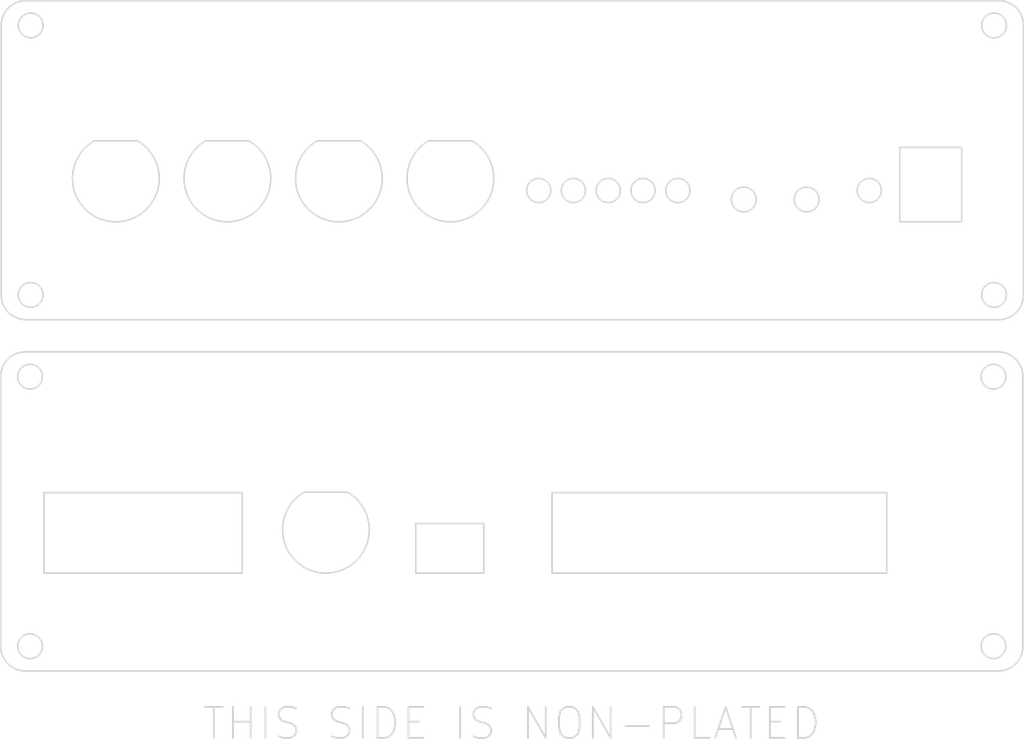
<source format=kicad_pcb>
(kicad_pcb (version 20211014) (generator pcbnew)

  (general
    (thickness 1.6)
  )

  (paper "A4")
  (layers
    (0 "F.Cu" signal)
    (31 "B.Cu" signal)
    (32 "B.Adhes" user "B.Adhesive")
    (33 "F.Adhes" user "F.Adhesive")
    (34 "B.Paste" user)
    (35 "F.Paste" user)
    (36 "B.SilkS" user "B.Silkscreen")
    (37 "F.SilkS" user "F.Silkscreen")
    (38 "B.Mask" user)
    (39 "F.Mask" user)
    (40 "Dwgs.User" user "User.Drawings")
    (41 "Cmts.User" user "User.Comments")
    (42 "Eco1.User" user "User.Eco1")
    (43 "Eco2.User" user "User.Eco2")
    (44 "Edge.Cuts" user)
    (45 "Margin" user)
    (46 "B.CrtYd" user "B.Courtyard")
    (47 "F.CrtYd" user "F.Courtyard")
    (48 "B.Fab" user)
    (49 "F.Fab" user)
    (50 "User.1" user)
    (51 "User.2" user)
    (52 "User.3" user)
    (53 "User.4" user)
    (54 "User.5" user)
    (55 "User.6" user)
    (56 "User.7" user)
    (57 "User.8" user)
    (58 "User.9" user)
  )

  (setup
    (pad_to_mask_clearance 0)
    (pcbplotparams
      (layerselection 0x0001000_7ffffffe)
      (disableapertmacros false)
      (usegerberextensions false)
      (usegerberattributes true)
      (usegerberadvancedattributes true)
      (creategerberjobfile false)
      (svguseinch false)
      (svgprecision 6)
      (excludeedgelayer true)
      (plotframeref false)
      (viasonmask false)
      (mode 1)
      (useauxorigin false)
      (hpglpennumber 1)
      (hpglpenspeed 20)
      (hpglpendiameter 15.000000)
      (dxfpolygonmode true)
      (dxfimperialunits true)
      (dxfusepcbnewfont true)
      (psnegative false)
      (psa4output false)
      (plotreference true)
      (plotvalue true)
      (plotinvisibletext false)
      (sketchpadsonfab false)
      (subtractmaskfromsilk false)
      (outputformat 1)
      (mirror false)
      (drillshape 0)
      (scaleselection 1)
      (outputdirectory "../")
    )
  )

  (net 0 "")

  (gr_arc (start 226.4 79.4) (mid 225.228427 82.228427) (end 222.4 83.4) (layer "Edge.Cuts") (width 0.2) (tstamp 00c4de11-6ec2-4fc7-9974-a508528a1be1))
  (gr_arc (start 61.3 92.6) (mid 62.471573 89.771573) (end 65.3 88.6) (layer "Edge.Cuts") (width 0.2) (tstamp 0175e8fa-46bb-4f02-86ce-9dd8b73b2be1))
  (gr_line (start 112.4 54.5378) (end 119.4 54.5378) (layer "Edge.Cuts") (width 0.2) (tstamp 01c53f12-9b66-4d5b-bfe2-9018032ae20f))
  (gr_circle (center 221.65 35.9) (end 223.65 35.9) (layer "Edge.Cuts") (width 0.2) (fill none) (tstamp 022a5a61-a6b0-4d31-a7e5-5f44410d9572))
  (gr_line (start 150.3 111.3) (end 150.3 124.3) (layer "Edge.Cuts") (width 0.2) (tstamp 0498eb81-ce19-47ea-aeab-a2d9ad7c940a))
  (gr_circle (center 66.05 136.1) (end 68.05 136.1) (layer "Edge.Cuts") (width 0.2) (fill none) (tstamp 05100862-af11-48f0-b83e-4cfcbc281aeb))
  (gr_line (start 226.3 136.1) (end 226.3 92.6) (layer "Edge.Cuts") (width 0.2) (tstamp 05af4ba0-04b9-4433-8aaa-98bbf726d3a1))
  (gr_line (start 206.4 67.6) (end 216.4 67.6) (layer "Edge.Cuts") (width 0.2) (tstamp 08d9dc4c-3713-4911-9e81-7e01066daa35))
  (gr_line (start 150.3 124.3) (end 204.3 124.3) (layer "Edge.Cuts") (width 0.2) (tstamp 0a34da1a-a5fb-49a3-a1bd-dfc0da3c14a2))
  (gr_line (start 68.3 111.3) (end 68.3 124.3) (layer "Edge.Cuts") (width 0.2) (tstamp 0a454bce-ba30-4390-a320-de46dac96069))
  (gr_arc (start 65.3 140.1) (mid 62.471573 138.928427) (end 61.3 136.1) (layer "Edge.Cuts") (width 0.2) (tstamp 0a84691c-d87e-469a-9bce-15ac8514e6b0))
  (gr_line (start 112.4 54.5378) (end 112.4 54.5378) (layer "Edge.Cuts") (width 0.2) (tstamp 0c0e5421-2795-4303-8f79-d7387efd114f))
  (gr_circle (center 153.75 62.55) (end 155.7 62.55) (layer "Edge.Cuts") (width 0.2) (fill none) (tstamp 0c2dbfb1-5991-443f-8bba-beb1998e86be))
  (gr_line (start 193.4 64) (end 193.4 64) (layer "Edge.Cuts") (width 0.2) (tstamp 0ced389d-77db-4988-805d-ebc1b089c11e))
  (gr_line (start 128.3 116.3) (end 128.3 124.3) (layer "Edge.Cuts") (width 0.2) (tstamp 0e28036a-538a-4f16-9b8c-8118128d72b7))
  (gr_line (start 226.3 136.1) (end 226.3 136.1) (layer "Edge.Cuts") (width 0.2) (tstamp 0eb8758a-6b4c-4cdb-9fc1-d3ee444e6741))
  (gr_line (start 161.32 62.55) (end 161.32 62.55) (layer "Edge.Cuts") (width 0.2) (tstamp 0f468c69-3ab3-456c-8527-fbdb54e3f698))
  (gr_circle (center 66.05 136.1) (end 68.05 136.1) (layer "Edge.Cuts") (width 0.2) (fill none) (tstamp 10ef5744-eb86-4df7-b68f-951413c3d613))
  (gr_arc (start 65.3 140.1) (mid 62.471573 138.928427) (end 61.3 136.1) (layer "Edge.Cuts") (width 0.2) (tstamp 12b6b8b7-6b09-4036-8b7a-37ee41a0ce1d))
  (gr_circle (center 221.55 92.6) (end 223.55 92.6) (layer "Edge.Cuts") (width 0.2) (fill none) (tstamp 1385ef9e-ec72-4c82-b470-7fda3bc27c47))
  (gr_circle (center 181.25 64) (end 183.25 64) (layer "Edge.Cuts") (width 0.2) (fill none) (tstamp 13e68917-bdfd-408e-917f-25ac54ad78c0))
  (gr_line (start 128.3 124.3) (end 139.3 124.3) (layer "Edge.Cuts") (width 0.2) (tstamp 141a7c79-3bb3-4a28-b584-8771d78a4d01))
  (gr_line (start 203.46 62.55) (end 203.46 62.55) (layer "Edge.Cuts") (width 0.2) (tstamp 156e7440-5638-4b23-94b4-70d51da5bf20))
  (gr_line (start 128.3 124.3) (end 128.3 124.3) (layer "Edge.Cuts") (width 0.2) (tstamp 16deb410-27ce-4485-a074-63f9e8f49b23))
  (gr_line (start 128.3 124.3) (end 139.3 124.3) (layer "Edge.Cuts") (width 0.2) (tstamp 16e9a7a3-e690-447e-880e-5c917468b646))
  (gr_line (start 61.4 35.9) (end 61.4 35.9) (layer "Edge.Cuts") (width 0.2) (tstamp 1715a8e0-37bf-45fe-808f-6ee26c8a3836))
  (gr_circle (center 201.51 62.55) (end 203.46 62.55) (layer "Edge.Cuts") (width 0.2) (fill none) (tstamp 178008bb-efd1-4f19-836d-b53122a6c29d))
  (gr_line (start 65.3 88.6) (end 65.3 88.6) (layer "Edge.Cuts") (width 0.2) (tstamp 1847eee1-c344-4967-86bc-2041afede3f4))
  (gr_line (start 68.3 111.3) (end 68.3 124.3) (layer "Edge.Cuts") (width 0.2) (tstamp 18dcc9f7-8da4-473b-992d-4629e1623672))
  (gr_arc (start 119.4 54.537822) (mid 115.9 67.6) (end 112.4 54.537822) (layer "Edge.Cuts") (width 0.2) (tstamp 18fb0697-a682-4f90-94b9-d492f189a14e))
  (gr_line (start 166.94 62.55) (end 166.94 62.55) (layer "Edge.Cuts") (width 0.2) (tstamp 1a32c96b-45cd-482e-b3e0-03aa631b4f24))
  (gr_line (start 206.4 55.6) (end 206.4 55.6) (layer "Edge.Cuts") (width 0.2) (tstamp 1a81bd3f-5a1c-478c-9488-75d55b72d74e))
  (gr_arc (start 226.3 136.1) (mid 225.128427 138.928427) (end 222.3 140.1) (layer "Edge.Cuts") (width 0.2) (tstamp 1b7df09b-3628-4ffe-841d-f5e9a28d780c))
  (gr_line (start 61.4 35.9) (end 61.4 79.4) (layer "Edge.Cuts") (width 0.2) (tstamp 1c722aed-d067-45f3-a36f-f285453950e0))
  (gr_line (start 226.4 79.4) (end 226.4 35.9) (layer "Edge.Cuts") (width 0.2) (tstamp 1c907fda-1c9c-435c-8a1a-6beae508f5ec))
  (gr_line (start 172.56 62.55) (end 172.56 62.55) (layer "Edge.Cuts") (width 0.2) (tstamp 1d2610f7-ed71-465b-8c6a-0bf4cbe49cda))
  (gr_circle (center 191.4 64) (end 193.4 64) (layer "Edge.Cuts") (width 0.2) (fill none) (tstamp 1e026fa6-3f9c-4f8d-932a-2c9314bbcfae))
  (gr_line (start 216.4 55.6) (end 206.4 55.6) (layer "Edge.Cuts") (width 0.2) (tstamp 1e1f61a1-5604-4249-bbeb-c531c67e13da))
  (gr_circle (center 201.51 62.55) (end 203.46 62.55) (layer "Edge.Cuts") (width 0.2) (fill none) (tstamp 2004083b-04d8-4d77-ab6b-7a7b2b94d8f4))
  (gr_line (start 139.3 124.3) (end 139.3 116.3) (layer "Edge.Cuts") (width 0.2) (tstamp 20098c94-c089-4402-86f2-88b8e12fa666))
  (gr_line (start 204.3 124.3) (end 204.3 124.3) (layer "Edge.Cuts") (width 0.2) (tstamp 2100711f-9304-4f42-b4a5-b3d9a3710e2f))
  (gr_arc (start 222.3 88.6) (mid 225.128427 89.771573) (end 226.3 92.6) (layer "Edge.Cuts") (width 0.2) (tstamp 21dde89c-87fa-41d3-953a-b0b0eca0e565))
  (gr_line (start 110.3 111.2378) (end 117.3 111.2378) (layer "Edge.Cuts") (width 0.2) (tstamp 21fe49dd-8b1c-4051-8474-0666cd1ab4a4))
  (gr_circle (center 66.05 136.1) (end 68.05 136.1) (layer "Edge.Cuts") (width 0.2) (fill none) (tstamp 221f9582-733e-4e49-832c-c5812e90c134))
  (gr_circle (center 148.15 62.55) (end 150.1 62.55) (layer "Edge.Cuts") (width 0.2) (fill none) (tstamp 22752797-849d-478d-a234-1bdae6cad83d))
  (gr_line (start 65.4 83.4) (end 65.4 83.4) (layer "Edge.Cuts") (width 0.2) (tstamp 22cdc1da-cf7e-4fa0-bd24-171ca3c12be2))
  (gr_line (start 183.25 64) (end 183.25 64) (layer "Edge.Cuts") (width 0.2) (tstamp 232ce22f-a1bd-455e-a6e2-48d4ab0b23bf))
  (gr_line (start 222.3 140.1) (end 222.3 140.1) (layer "Edge.Cuts") (width 0.2) (tstamp 24cc4554-5cf3-40a0-ad5d-a8172785975d))
  (gr_line (start 226.4 79.4) (end 226.4 35.9) (layer "Edge.Cuts") (width 0.2) (tstamp 250e3d0d-3efd-487a-ba7c-b031b5d16d12))
  (gr_line (start 223.55 92.6) (end 223.55 92.6) (layer "Edge.Cuts") (width 0.2) (tstamp 2726b6c4-cbcc-47e6-bfdd-50516dbfea4e))
  (gr_arc (start 61.4 35.9) (mid 62.571573 33.071573) (end 65.4 31.9) (layer "Edge.Cuts") (width 0.2) (tstamp 27555f7f-43de-4f5f-a5ba-977c07fbefc6))
  (gr_line (start 222.4 31.9) (end 65.4 31.9) (layer "Edge.Cuts") (width 0.2) (tstamp 2763e2bd-2a71-4fc2-80a9-1ce0df429464))
  (gr_line (start 150.3 111.3) (end 150.3 124.3) (layer "Edge.Cuts") (width 0.2) (tstamp 277db9f7-0d27-4f9a-a0f2-b90fad756e04))
  (gr_line (start 222.4 31.9) (end 222.4 31.9) (layer "Edge.Cuts") (width 0.2) (tstamp 277f390d-9cbf-403f-88d5-a315a0c5b58c))
  (gr_line (start 65.4 31.9) (end 65.4 31.9) (layer "Edge.Cuts") (width 0.2) (tstamp 279d2404-caa0-49de-a9bf-73c612a8044b))
  (gr_line (start 68.3 124.3) (end 68.3 124.3) (layer "Edge.Cuts") (width 0.2) (tstamp 2801161b-f15d-421a-9c70-5ddd8952e755))
  (gr_arc (start 137.4 54.537822) (mid 133.9 67.6) (end 130.4 54.537822) (layer "Edge.Cuts") (width 0.2) (tstamp 28ff2324-89f2-4474-af8a-8c9349622426))
  (gr_circle (center 153.75 62.55) (end 155.7 62.55) (layer "Edge.Cuts") (width 0.2) (fill none) (tstamp 296eea2b-fc1d-44a0-a136-b045f09dfec2))
  (gr_arc (start 226.3 136.1) (mid 225.128427 138.928427) (end 222.3 140.1) (layer "Edge.Cuts") (width 0.2) (tstamp 29d87adc-cc6c-4562-a2d7-00929b585ce0))
  (gr_line (start 61.3 92.6) (end 61.3 92.6) (layer "Edge.Cuts") (width 0.2) (tstamp 2b0730f4-ca19-4199-acb0-295243e2358b))
  (gr_circle (center 221.65 35.9) (end 223.65 35.9) (layer "Edge.Cuts") (width 0.2) (fill none) (tstamp 2c43facf-56f6-4b60-a789-23baed7ec3b1))
  (gr_line (start 94.4 54.5378) (end 94.4 54.5378) (layer "Edge.Cuts") (width 0.2) (tstamp 2da3a399-14ce-4b93-87e2-6ad8db9c04c5))
  (gr_circle (center 66.15 35.9) (end 68.15 35.9) (layer "Edge.Cuts") (width 0.2) (fill none) (tstamp 2e91c97b-36a1-483a-886c-9ca5848fd065))
  (gr_line (start 216.4 67.6) (end 216.4 55.6) (layer "Edge.Cuts") (width 0.2) (tstamp 304a9d58-ff48-4282-90c7-ef3830d9224b))
  (gr_circle (center 164.99 62.55) (end 166.94 62.55) (layer "Edge.Cuts") (width 0.2) (fill none) (tstamp 31b2d056-6ba8-43cd-91f3-ceb196b52420))
  (gr_line (start 65.3 140.1) (end 65.3 140.1) (layer "Edge.Cuts") (width 0.2) (tstamp 31fb89cb-92e8-4387-8fac-513957509668))
  (gr_arc (start 226.3 136.1) (mid 225.128427 138.928427) (end 222.3 140.1) (layer "Edge.Cuts") (width 0.2) (tstamp 3228f86c-4e6b-4f3c-a9a4-708f54e3e561))
  (gr_line (start 223.55 136.1) (end 223.55 136.1) (layer "Edge.Cuts") (width 0.2) (tstamp 3272cbf9-5656-41a8-8a2a-4ca46c9540c6))
  (gr_line (start 206.4 67.6) (end 216.4 67.6) (layer "Edge.Cuts") (width 0.2) (tstamp 32fd0141-2b27-4687-929f-e27c25018be3))
  (gr_line (start 223.65 79.4) (end 223.65 79.4) (layer "Edge.Cuts") (width 0.2) (tstamp 343af105-cbca-4b32-b6ac-80d5554700ff))
  (gr_arc (start 226.4 79.4) (mid 225.228427 82.228427) (end 222.4 83.4) (layer "Edge.Cuts") (width 0.2) (tstamp 349d646e-73dd-41c9-9bd2-19c3f31b4f33))
  (gr_line (start 206.4 55.6) (end 206.4 67.6) (layer "Edge.Cuts") (width 0.2) (tstamp 358facfc-3918-488d-887e-ea773c42be9b))
  (gr_arc (start 226.3 136.1) (mid 225.128427 138.928427) (end 222.3 140.1) (layer "Edge.Cuts") (width 0.2) (tstamp 363763b4-01a1-413d-bf03-ab503f4035e2))
  (gr_line (start 204.3 111.3) (end 204.3 111.3) (layer "Edge.Cuts") (width 0.2) (tstamp 39e471c4-dc64-4d4f-a05c-0e653f2ec462))
  (gr_arc (start 222.4 31.9) (mid 225.228427 33.071573) (end 226.4 35.9) (layer "Edge.Cuts") (width 0.2) (tstamp 3ae572e8-e969-42e7-a408-f847114dc48c))
  (gr_arc (start 65.3 140.1) (mid 62.471573 138.928427) (end 61.3 136.1) (layer "Edge.Cuts") (width 0.2) (tstamp 3ae7665f-769e-4f08-9902-2db758b0bb02))
  (gr_line (start 166.94 62.55) (end 166.94 62.55) (layer "Edge.Cuts") (width 0.2) (tstamp 3b5a94d0-d085-4d38-9539-5417b97ded36))
  (gr_line (start 68.3 124.3) (end 100.3 124.3) (layer "Edge.Cuts") (width 0.2) (tstamp 3c390c1e-418b-43e2-a66b-5a4d2da612db))
  (gr_line (start 61.4 35.9) (end 61.4 79.4) (layer "Edge.Cuts") (width 0.2) (tstamp 3c539945-d897-42c1-a2d6-b525ec3a79a4))
  (gr_line (start 226.4 79.4) (end 226.4 79.4) (layer "Edge.Cuts") (width 0.2) (tstamp 3e6d115c-158b-4753-b018-2d750b321ba6))
  (gr_line (start 226.3 136.1) (end 226.3 92.6) (layer "Edge.Cuts") (width 0.2) (tstamp 3e744ff2-cf4c-4810-a2cf-01aef8ff0677))
  (gr_line (start 76.4 54.5378) (end 83.4 54.5378) (layer "Edge.Cuts") (width 0.2) (tstamp 3f002801-9b51-4061-bc67-0ba0f43abbfe))
  (gr_line (start 112.4 54.5378) (end 112.4 54.5378) (layer "Edge.Cuts") (width 0.2) (tstamp 3f988b09-9b11-4f6a-bb10-b4c873480145))
  (gr_line (start 65.3 140.1) (end 65.3 140.1) (layer "Edge.Cuts") (width 0.2) (tstamp 402376cf-1460-4b46-92cd-b638c50c1036))
  (gr_line (start 226.3 136.1) (end 226.3 136.1) (layer "Edge.Cuts") (width 0.2) (tstamp 40e46277-1f4f-408a-a502-4debfe3472bb))
  (gr_line (start 130.4 54.5378) (end 137.4 54.5378) (layer "Edge.Cuts") (width 0.2) (tstamp 40eb577a-3833-4721-8f29-dfa04aede6cf))
  (gr_line (start 204.3 111.3) (end 150.3 111.3) (layer "Edge.Cuts") (width 0.2) (tstamp 40edcb0b-e645-4d39-9c88-644b88b25c65))
  (gr_line (start 100.3 124.3) (end 100.3 111.3) (layer "Edge.Cuts") (width 0.2) (tstamp 42efae67-c87c-47db-85c7-18aa8f16f2e0))
  (gr_circle (center 159.37 62.55) (end 161.32 62.55) (layer "Edge.Cuts") (width 0.2) (fill none) (tstamp 43bf7098-230e-492a-80b7-f5e9f25f91a9))
  (gr_line (start 65.4 83.4) (end 222.4 83.4) (layer "Edge.Cuts") (width 0.2) (tstamp 441a0eea-9fb3-480f-99e0-84455ceeb6cb))
  (gr_line (start 128.3 124.3) (end 139.3 124.3) (layer "Edge.Cuts") (width 0.2) (tstamp 448cbcb7-6a8c-4807-8731-9f2333f91cbf))
  (gr_line (start 137.4 54.5378) (end 137.4 54.5378) (layer "Edge.Cuts") (width 0.2) (tstamp 448fc523-4cd0-4838-853e-b6ce7a302c59))
  (gr_arc (start 83.4 54.537822) (mid 79.9 67.6) (end 76.4 54.537822) (layer "Edge.Cuts") (width 0.2) (tstamp 45287294-570c-4cb2-955f-e6b82864877d))
  (gr_circle (center 66.15 35.9) (end 68.15 35.9) (layer "Edge.Cuts") (width 0.2) (fill none) (tstamp 4568aa4e-7a52-404d-9b64-a043a68aa673))
  (gr_line (start 65.4 83.4) (end 222.4 83.4) (layer "Edge.Cuts") (width 0.2) (tstamp 45b81ace-767c-4910-8c9d-348bcf1b353c))
  (gr_circle (center 221.55 136.1) (end 223.55 136.1) (layer "Edge.Cuts") (width 0.2) (fill none) (tstamp 46242d06-de05-4553-8b39-f2bae06f47c6))
  (gr_line (start 76.4 54.5378) (end 83.4 54.5378) (layer "Edge.Cuts") (width 0.2) (tstamp 46d5c760-2d41-40e5-9e7e-2d4549111925))
  (gr_line (start 216.4 55.6) (end 206.4 55.6) (layer "Edge.Cuts") (width 0.2) (tstamp 46f34147-c929-4b85-af0f-9ea42abb91d3))
  (gr_line (start 100.3 111.3) (end 68.3 111.3) (layer "Edge.Cuts") (width 0.2) (tstamp 470e254f-628a-4a7f-8fab-4f168b99ab61))
  (gr_line (start 128.3 124.3) (end 139.3 124.3) (layer "Edge.Cuts") (width 0.2) (tstamp 47b35abf-d4e8-4824-a6db-b09d1c997adc))
  (gr_circle (center 66.05 92.6) (end 68.05 92.6) (layer "Edge.Cuts") (width 0.2) (fill none) (tstamp 47d78de8-a57e-4e2b-b025-78063ef673ed))
  (gr_line (start 139.3 116.3) (end 139.3 116.3) (layer "Edge.Cuts") (width 0.2) (tstamp 487196e7-e6fa-461c-9c3e-9975a95012df))
  (gr_line (start 223.65 35.9) (end 223.65 35.9) (layer "Edge.Cuts") (width 0.2) (tstamp 4906c7a7-0028-4afa-9c61-9c4f13c4e22f))
  (gr_circle (center 66.15 35.9) (end 68.15 35.9) (layer "Edge.Cuts") (width 0.2) (fill none) (tstamp 4b290ee6-1e0c-4c43-a33a-c1ac427002fb))
  (gr_line (start 130.4 54.5378) (end 130.4 54.5378) (layer "Edge.Cuts") (width 0.2) (tstamp 4b8a1d54-23eb-445f-8b23-4fda16432e16))
  (gr_line (start 206.4 55.6) (end 206.4 67.6) (layer "Edge.Cuts") (width 0.2) (tstamp 4c45859f-a23c-4f9f-a6b3-1c19d901a7ef))
  (gr_line (start 223.55 136.1) (end 223.55 136.1) (layer "Edge.Cuts") (width 0.2) (tstamp 4d95208b-1c71-4383-bda5-028fbcaa2c8e))
  (gr_line (start 155.7 62.55) (end 155.7 62.55) (layer "Edge.Cuts") (width 0.2) (tstamp 4dea5757-a425-48c6-afd2-69ef1f6e2f2a))
  (gr_line (start 76.4 54.5378) (end 76.4 54.5378) (layer "Edge.Cuts") (width 0.2) (tstamp 4e618b2b-6df5-49c1-8996-fb7fa7d69b36))
  (gr_line (start 204.3 111.3) (end 150.3 111.3) (layer "Edge.Cuts") (width 0.2) (tstamp 4f11d580-aa9c-434b-a2fb-141122180a72))
  (gr_line (start 222.3 88.6) (end 65.3 88.6) (layer "Edge.Cuts") (width 0.2) (tstamp 4f39a21a-e37c-41c7-a340-d715eb0914df))
  (gr_line (start 222.4 31.9) (end 65.4 31.9) (layer "Edge.Cuts") (width 0.2) (tstamp 514c329a-a5c2-4fda-8c70-52322a18a6a3))
  (gr_circle (center 221.65 79.4) (end 223.65 79.4) (layer "Edge.Cuts") (width 0.2) (fill none) (tstamp 516f33ba-30ab-49ea-bc57-83831c01c088))
  (gr_line (start 150.1 62.55) (end 150.1 62.55) (layer "Edge.Cuts") (width 0.2) (tstamp 517fe5b7-c403-42e3-9ac2-4005a9d09486))
  (gr_arc (start 61.4 35.9) (mid 62.571573 33.071573) (end 65.4 31.9) (layer "Edge.Cuts") (width 0.2) (tstamp 51969ab0-2d4c-4a99-8441-941d01897a66))
  (gr_line (start 150.3 111.3) (end 150.3 111.3) (layer "Edge.Cuts") (width 0.2) (tstamp 53325816-9104-4f28-88d6-5a1665ee6e6c))
  (gr_line (start 155.7 62.55) (end 155.7 62.55) (layer "Edge.Cuts") (width 0.2) (tstamp 534bb093-3788-4b22-8655-c1347c7c794a))
  (gr_line (start 137.4 54.5378) (end 137.4 54.5378) (layer "Edge.Cuts") (width 0.2) (tstamp 5383a8c6-b8ed-49d8-a384-a45b56ccedce))
  (gr_line (start 65.4 83.4) (end 65.4 83.4) (layer "Edge.Cuts") (width 0.2) (tstamp 5435a44a-0624-4ff3-89c1-14fababeb4a8))
  (gr_circle (center 221.55 136.1) (end 223.55 136.1) (layer "Edge.Cuts") (width 0.2) (fill none) (tstamp 5435cee4-267a-4c3e-9959-6f848144ff1e))
  (gr_line (start 61.3 92.6) (end 61.3 136.1) (layer "Edge.Cuts") (width 0.2) (tstamp 546d3d12-eee9-4206-b9b9-1ed21b9c6a03))
  (gr_line (start 100.3 111.3) (end 100.3 111.3) (layer "Edge.Cuts") (width 0.2) (tstamp 54885b2b-aa52-4a17-ad14-7bdf1a1612b0))
  (gr_arc (start 226.4 79.4) (mid 225.228427 82.228427) (end 222.4 83.4) (layer "Edge.Cuts") (width 0.2) (tstamp 56191c6b-ad97-48f1-b130-9fbd97c312d9))
  (gr_line (start 130.4 54.5378) (end 130.4 54.5378) (layer "Edge.Cuts") (width 0.2) (tstamp 56620aaa-81d0-42d8-9f12-724e4ef6ea0f))
  (gr_circle (center 148.15 62.55) (end 150.1 62.55) (layer "Edge.Cuts") (width 0.2) (fill none) (tstamp 56cd25fa-1b64-4c1d-bc68-be3af346bf30))
  (gr_line (start 150.3 124.3) (end 204.3 124.3) (layer "Edge.Cuts") (width 0.2) (tstamp 56e1ad90-d8dc-47fa-a091-f7fa1c5b22cd))
  (gr_line (start 110.3 111.2378) (end 117.3 111.2378) (layer "Edge.Cuts") (width 0.2) (tstamp 56e696b3-cd27-477a-b8bb-12574135ed79))
  (gr_line (start 65.3 140.1) (end 222.3 140.1) (layer "Edge.Cuts") (width 0.2) (tstamp 5732149c-0da2-4181-8878-3611f26c5efb))
  (gr_arc (start 222.3 88.6) (mid 225.128427 89.771573) (end 226.3 92.6) (layer "Edge.Cuts") (width 0.2) (tstamp 5a3cf8c5-83c7-41a7-8521-64bf0679daa1))
  (gr_line (start 68.15 79.4) (end 68.15 79.4) (layer "Edge.Cuts") (width 0.2) (tstamp 5ad28884-12d5-4a70-bcfe-5124928a827a))
  (gr_line (start 100.3 124.3) (end 100.3 111.3) (layer "Edge.Cuts") (width 0.2) (tstamp 5b15c530-93ae-4012-ad9d-f526bd42adc7))
  (gr_line (start 61.3 92.6) (end 61.3 92.6) (layer "Edge.Cuts") (width 0.2) (tstamp 5b826a5e-f837-4733-8559-4b4afc0b9b4e))
  (gr_line (start 193.4 64) (end 193.4 64) (layer "Edge.Cuts") (width 0.2) (tstamp 5c6892c2-ebf9-4bed-9ece-6d2f26f5ae36))
  (gr_circle (center 159.37 62.55) (end 161.32 62.55) (layer "Edge.Cuts") (width 0.2) (fill none) (tstamp 5c8ace7c-2868-494a-a097-c41b4b150df0))
  (gr_line (start 61.3 136.1) (end 61.3 136.1) (layer "Edge.Cuts") (width 0.2) (tstamp 5d65da23-fe2b-4a0c-a774-cb0c71405c87))
  (gr_arc (start 137.4 54.537822) (mid 133.9 67.6) (end 130.4 54.537822) (layer "Edge.Cuts") (width 0.2) (tstamp 5dfb3de0-50da-4303-a2d6-b7b46bf56149))
  (gr_line (start 94.4 54.5378) (end 94.4 54.5378) (layer "Edge.Cuts") (width 0.2) (tstamp 5e8de635-f537-4dfe-afa8-9d3a42a3759e))
  (gr_line (start 226.4 35.9) (end 226.4 35.9) (layer "Edge.Cuts") (width 0.2) (tstamp 5eb7a2f0-bd2c-4f82-8be9-4baecab2c60d))
  (gr_arc (start 65.4 83.4) (mid 62.571573 82.228427) (end 61.4 79.4) (layer "Edge.Cuts") (width 0.2) (tstamp 5f928db9-048a-41b3-a90b-bdc8df346b89))
  (gr_line (start 94.4 54.5378) (end 101.4 54.5378) (layer "Edge.Cuts") (width 0.2) (tstamp 5fd63a1c-9a07-4ebd-b69c-6436a73fe5e8))
  (gr_line (start 61.4 79.4) (end 61.4 79.4) (layer "Edge.Cuts") (width 0.2) (tstamp 615c51b0-a7d6-4d44-9d14-492761c123b6))
  (gr_line (start 100.3 124.3) (end 100.3 124.3) (layer "Edge.Cuts") (width 0.2) (tstamp 6316de2d-30d2-4cb6-97a1-7dfb70505533))
  (gr_line (start 150.3 124.3) (end 150.3 124.3) (layer "Edge.Cuts") (width 0.2) (tstamp 65282c65-13d8-4d86-8b68-b5f3d2cab982))
  (gr_line (start 68.3 124.3) (end 68.3 124.3) (layer "Edge.Cuts") (width 0.2) (tstamp 66f0d865-6269-4a29-8dd1-fe1b05763ca4))
  (gr_line (start 61.4 35.9) (end 61.4 35.9) (layer "Edge.Cuts") (width 0.2) (tstamp 67bcf5f4-f9b6-437e-9e7c-13c964f2d8ae))
  (gr_arc (start 61.4 35.9) (mid 62.571573 33.071573) (end 65.4 31.9) (layer "Edge.Cuts") (width 0.2) (tstamp 68633c8b-5f2f-466a-928a-dfc22a060353))
  (gr_arc (start 226.4 79.4) (mid 225.228427 82.228427) (end 222.4 83.4) (layer "Edge.Cuts") (width 0.2) (tstamp 68d364af-5335-41a7-9373-d62395283544))
  (gr_circle (center 221.65 79.4) (end 223.65 79.4) (layer "Edge.Cuts") (width 0.2) (fill none) (tstamp 697ae62a-ddbd-46aa-a2bf-b9ffe85b122b))
  (gr_line (start 119.4 54.5378) (end 119.4 54.5378) (layer "Edge.Cuts") (width 0.2) (tstamp 6a65adf5-a19b-49d1-8808-b557f67fbadb))
  (gr_line (start 76.4 54.5378) (end 83.4 54.5378) (layer "Edge.Cuts") (width 0.2) (tstamp 6a771dac-2420-45c0-9784-1c2b358635ba))
  (gr_line (start 68.3 111.3) (end 68.3 124.3) (layer "Edge.Cuts") (width 0.2) (tstamp 6b35279d-d1f0-495a-a0b2-6e72d2643369))
  (gr_circle (center 170.61 62.55) (end 172.56 62.55) (layer "Edge.Cuts") (width 0.2) (fill none) (tstamp 6b426e20-8ead-4fe2-9de4-22c72b43db51))
  (gr_arc (start 65.4 83.4) (mid 62.571573 82.228427) (end 61.4 79.4) (layer "Edge.Cuts") (width 0.2) (tstamp 6ba3726c-6266-4345-b7da-861f25699d19))
  (gr_line (start 68.3 111.3) (end 68.3 111.3) (layer "Edge.Cuts") (width 0.2) (tstamp 6d68d5ec-6b36-4be3-ac71-39957ebe28ad))
  (gr_circle (center 170.61 62.55) (end 172.56 62.55) (layer "Edge.Cuts") (width 0.2) (fill none) (tstamp 6dcc1d8e-0b57-4c4f-8705-9640d8944529))
  (gr_line (start 226.4 79.4) (end 226.4 35.9) (layer "Edge.Cuts") (width 0.2) (tstamp 6ee63b14-9dde-474b-97fc-c98e1b392dd0))
  (gr_arc (start 83.4 54.537822) (mid 79.9 67.6) (end 76.4 54.537822) (layer "Edge.Cuts") (width 0.2) (tstamp 6f0b95d7-a88c-4263-9fe5-46fabf9f2796))
  (gr_arc (start 117.3 111.237822) (mid 113.8 124.3) (end 110.3 111.237822) (layer "Edge.Cuts") (width 0.2) (tstamp 6f2218cd-32e9-4b32-bd8b-b11a4399a410))
  (gr_arc (start 101.4 54.537822) (mid 97.9 67.6) (end 94.4 54.537822) (layer "Edge.Cuts") (width 0.2) (tstamp 7144cfde-f9f6-4dc4-b4d7-21c8f114da48))
  (gr_line (start 110.3 111.2378) (end 110.3 111.2378) (layer "Edge.Cuts") (width 0.2) (tstamp 7281c166-7e17-461c-9c42-5c1375dec75c))
  (gr_circle (center 191.4 64) (end 193.4 64) (layer "Edge.Cuts") (width 0.2) (fill none) (tstamp 73c1615a-82ae-4f33-b1d7-ccde3988b107))
  (gr_line (start 119.4 54.5378) (end 119.4 54.5378) (layer "Edge.Cuts") (width 0.2) (tstamp 73d9269e-20f8-4176-b687-258352c97236))
  (gr_arc (start 61.4 35.9) (mid 62.571573 33.071573) (end 65.4 31.9) (layer "Edge.Cuts") (width 0.2) (tstamp 74e04249-38a8-446c-9cf3-d7b1f35064d5))
  (gr_circle (center 148.15 62.55) (end 150.1 62.55) (layer "Edge.Cuts") (width 0.2) (fill none) (tstamp 750a0502-ad81-4545-9ea3-f31dbacfab11))
  (gr_line (start 110.3 111.2378) (end 110.3 111.2378) (layer "Edge.Cuts") (width 0.2) (tstamp 753fd6b2-b85b-4e3d-b083-f02a6f831145))
  (gr_line (start 117.3 111.2378) (end 117.3 111.2378) (layer "Edge.Cuts") (width 0.2) (tstamp 76b4898b-e1ee-4284-af8c-791d49efa219))
  (gr_circle (center 181.25 64) (end 183.25 64) (layer "Edge.Cuts") (width 0.2) (fill none) (tstamp 784466de-52ec-49f6-af01-bc3ba99c59b9))
  (gr_arc (start 61.3 92.6) (mid 62.471573 89.771573) (end 65.3 88.6) (layer "Edge.Cuts") (width 0.2) (tstamp 78ee9716-be30-4999-8095-93f504a6b80f))
  (gr_circle (center 153.75 62.55) (end 155.7 62.55) (layer "Edge.Cuts") (width 0.2) (fill none) (tstamp 79b79cb4-9a38-4bcd-88b1-2ceab72e65a9))
  (gr_circle (center 221.55 92.6) (end 223.55 92.6) (layer "Edge.Cuts") (width 0.2) (fill none) (tstamp 7a33e17f-58ee-4627-8bf6-e137d842079d))
  (gr_line (start 204.3 124.3) (end 204.3 111.3) (layer "Edge.Cuts") (width 0.2) (tstamp 7b24b1f9-9d19-4b8d-8d92-870e810361df))
  (gr_arc (start 65.4 83.4) (mid 62.571573 82.228427) (end 61.4 79.4) (layer "Edge.Cuts") (width 0.2) (tstamp 7d1342ba-8b0e-40d9-b53b-364f3cd8ba6c))
  (gr_line (start 128.3 116.3) (end 128.3 116.3) (layer "Edge.Cuts") (width 0.2) (tstamp 7d43b3ec-7e5b-4e76-8d80-bbcd491fb3e1))
  (gr_line (start 216.4 67.6) (end 216.4 55.6) (layer "Edge.Cuts") (width 0.2) (tstamp 80c3a2bf-7d5f-4a73-94e5-772caba29430))
  (gr_line (start 68.3 111.3) (end 68.3 111.3) (layer "Edge.Cuts") (width 0.2) (tstamp 80d0fd43-9b77-40ca-9857-9657ca546a05))
  (gr_circle (center 191.4 64) (end 193.4 64) (layer "Edge.Cuts") (width 0.2) (fill none) (tstamp 81140cfa-2107-41ac-9beb-82f620534eea))
  (gr_line (start 183.25 64) (end 183.25 64) (layer "Edge.Cuts") (width 0.2) (tstamp 814111db-5146-486e-8616-6d9ad72dd6ee))
  (gr_line (start 161.32 62.55) (end 161.32 62.55) (layer "Edge.Cuts") (width 0.2) (tstamp 814d84de-2637-4e57-99f0-7c9452abb0b5))
  (gr_line (start 204.3 111.3) (end 150.3 111.3) (layer "Edge.Cuts") (width 0.2) (tstamp 816c7f61-8711-4435-aa01-d1363b22cd0f))
  (gr_line (start 139.3 116.3) (end 128.3 116.3) (layer "Edge.Cuts") (width 0.2) (tstamp 824082ee-9d10-4f29-a20b-fb4cd248a16a))
  (gr_line (start 65.3 140.1) (end 222.3 140.1) (layer "Edge.Cuts") (width 0.2) (tstamp 83125897-9c2e-40c3-af53-e78414b92a31))
  (gr_circle (center 66.05 92.6) (end 68.05 92.6) (layer "Edge.Cuts") (width 0.2) (fill none) (tstamp 83e25be2-55dc-4bec-b869-3ff114fd8c24))
  (gr_line (start 65.4 83.4) (end 222.4 83.4) (layer "Edge.Cuts") (width 0.2) (tstamp 847b8f97-ce0f-4c30-b249-2843f8522043))
  (gr_line (start 206.4 55.6) (end 206.4 55.6) (layer "Edge.Cuts") (width 0.2) (tstamp 84c490a7-95c9-419d-9989-f4adb171f71c))
  (gr_line (start 68.3 124.3) (end 100.3 124.3) (layer "Edge.Cuts") (width 0.2) (tstamp 854752b5-b2e5-415b-9515-dc854f295ac2))
  (gr_arc (start 101.4 54.537822) (mid 97.9 67.6) (end 94.4 54.537822) (layer "Edge.Cuts") (width 0.2) (tstamp 867a4439-6f66-47e5-abb6-e1a0b6344efe))
  (gr_circle (center 164.99 62.55) (end 166.94 62.55) (layer "Edge.Cuts") (width 0.2) (fill none) (tstamp 87e8c20c-5e8c-42bd-b8ac-0c1d7c570560))
  (gr_line (start 100.3 124.3) (end 100.3 124.3) (layer "Edge.Cuts") (width 0.2) (tstamp 88335c09-6c74-4c41-b7a0-25b05b0e7d51))
  (gr_line (start 68.3 124.3) (end 100.3 124.3) (layer "Edge.Cuts") (width 0.2) (tstamp 88b3cb48-5e4f-4760-87e8-1d3c09191913))
  (gr_line (start 139.3 124.3) (end 139.3 124.3) (layer "Edge.Cuts") (width 0.2) (tstamp 89d5f92b-6715-466e-b753-bfa056b30fc4))
  (gr_line (start 226.4 79.4) (end 226.4 79.4) (layer "Edge.Cuts") (width 0.2) (tstamp 89f0801f-8790-47c3-a19d-6cd6f3421ee4))
  (gr_circle (center 164.99 62.55) (end 166.94 62.55) (layer "Edge.Cuts") (width 0.2) (fill none) (tstamp 8a237d56-d99f-4979-b167-19b6eeeb9697))
  (gr_line (start 68.05 92.6) (end 68.05 92.6) (layer "Edge.Cuts") (width 0.2) (tstamp 8cf9f17d-c598-409f-aa52-21e944e44acf))
  (gr_line (start 226.3 92.6) (end 226.3 92.6) (layer "Edge.Cuts") (width 0.2) (tstamp 8d5201ca-589a-4bc8-90e7-49d7a6dffa92))
  (gr_line (start 204.3 111.3) (end 150.3 111.3) (layer "Edge.Cuts") (width 0.2) (tstamp 8d634c06-1d3a-4b16-8d38-bc8be3decbc9))
  (gr_line (start 206.4 55.6) (end 206.4 67.6) (layer "Edge.Cuts") (width 0.2) (tstamp 8d64decc-d3a9-47d1-852c-4743eaa73536))
  (gr_line (start 204.3 124.3) (end 204.3 111.3) (layer "Edge.Cuts") (width 0.2) (tstamp 8eb2408a-d994-46de-b6d3-8febfb6b2f60))
  (gr_line (start 139.3 124.3) (end 139.3 116.3) (layer "Edge.Cuts") (width 0.2) (tstamp 9111febf-1b31-46b7-a6a4-8e0308138926))
  (gr_circle (center 221.65 35.9) (end 223.65 35.9) (layer "Edge.Cuts") (width 0.2) (fill none) (tstamp 92737dfd-1e15-45a4-94cd-4e107e4296a4))
  (gr_line (start 206.4 67.6) (end 216.4 67.6) (layer "Edge.Cuts") (width 0.2) (tstamp 92bd790a-479d-44c9-a01d-8f2b58b8d289))
  (gr_line (start 112.4 54.5378) (end 119.4 54.5378) (layer "Edge.Cuts") (width 0.2) (tstamp 97e9a3cf-b7cb-4cda-9db8-4993541cb7d2))
  (gr_line (start 117.3 111.2378) (end 117.3 111.2378) (layer "Edge.Cuts") (width 0.2) (tstamp 985018fc-fda8-4f50-a6a9-6213344ebad0))
  (gr_line (start 100.3 111.3) (end 68.3 111.3) (layer "Edge.Cuts") (width 0.2) (tstamp 99941bdd-eb83-4aab-9232-d5eb0e308a04))
  (gr_line (start 130.4 54.5378) (end 137.4 54.5378) (layer "Edge.Cuts") (width 0.2) (tstamp 99ba628c-57a5-4673-aa6d-6d059fcc25ea))
  (gr_line (start 68.3 124.3) (end 100.3 124.3) (layer "Edge.Cuts") (width 0.2) (tstamp 99ec9d60-961a-41f2-a0c0-1f1667f37859))
  (gr_circle (center 66.15 79.4) (end 68.15 79.4) (layer "Edge.Cuts") (width 0.2) (fill none) (tstamp 9c385beb-dffd-461e-b44e-ff5af2c89018))
  (gr_line (start 112.4 54.5378) (end 119.4 54.5378) (layer "Edge.Cuts") (width 0.2) (tstamp 9c43f3a9-1aea-4ae4-a9a0-77f8823f89ca))
  (gr_line (start 68.15 79.4) (end 68.15 79.4) (layer "Edge.Cuts") (width 0.2) (tstamp 9c5716f4-2612-474b-8c32-74bc545f33bc))
  (gr_line (start 150.3 111.3) (end 150.3 124.3) (layer "Edge.Cuts") (width 0.2) (tstamp 9caefbf6-f77d-4fb5-8f3c-b07c400b26f2))
  (gr_line (start 222.3 88.6) (end 222.3 88.6) (layer "Edge.Cuts") (width 0.2) (tstamp 9cdd7a0e-942f-461c-a867-a321df420cf1))
  (gr_circle (center 181.25 64) (end 183.25 64) (layer "Edge.Cuts") (width 0.2) (fill none) (tstamp 9cf90b6b-77d0-4881-bea5-f3acebeea3a4))
  (gr_line (start 222.3 88.6) (end 65.3 88.6) (layer "Edge.Cuts") (width 0.2) (tstamp 9d2cb64e-ef75-490e-98bb-b55d5d282584))
  (gr_line (start 223.65 35.9) (end 223.65 35.9) (layer "Edge.Cuts") (width 0.2) (tstamp 9e101fb5-3743-4bd9-90e9-92562b3d4a0b))
  (gr_circle (center 181.25 64) (end 183.25 64) (layer "Edge.Cuts") (width 0.2) (fill none) (tstamp 9e42f4a4-c1b0-4777-bc67-a4d1a2265873))
  (gr_line (start 150.3 111.3) (end 150.3 111.3) (layer "Edge.Cuts") (width 0.2) (tstamp 9e88c351-bc3e-4045-9afc-957ccbffa770))
  (gr_line (start 222.4 83.4) (end 222.4 83.4) (layer "Edge.Cuts") (width 0.2) (tstamp 9e89d0c3-509a-4a9d-8e0e-b19ff3a67772))
  (gr_line (start 223.55 92.6) (end 223.55 92.6) (layer "Edge.Cuts") (width 0.2) (tstamp 9f3a3dad-6555-4d17-b918-be7f1905bdda))
  (gr_line (start 139.3 116.3) (end 128.3 116.3) (layer "Edge.Cuts") (width 0.2) (tstamp 9f7973f6-9558-4670-b89e-aa5ba69c6e75))
  (gr_circle (center 170.61 62.55) (end 172.56 62.55) (layer "Edge.Cuts") (width 0.2) (fill none) (tstamp a0285d5f-3d12-435b-97e1-f356b58ba5fc))
  (gr_line (start 100.3 111.3) (end 100.3 111.3) (layer "Edge.Cuts") (width 0.2) (tstamp a048bab9-7142-49e3-a0c6-601e27b8a321))
  (gr_line (start 128.3 124.3) (end 128.3 124.3) (layer "Edge.Cuts") (width 0.2) (tstamp a12a0b58-5a59-4819-91bb-5da6accc1769))
  (gr_line (start 68.05 136.1) (end 68.05 136.1) (layer "Edge.Cuts") (width 0.2) (tstamp a166500f-d140-4d4b-9460-933aa910b799))
  (gr_line (start 139.3 116.3) (end 139.3 116.3) (layer "Edge.Cuts") (width 0.2) (tstamp a20f9a6b-150a-49d0-a36e-02705910d7f9))
  (gr_line (start 204.3 124.3) (end 204.3 111.3) (layer "Edge.Cuts") (width 0.2) (tstamp a26d17e6-d5fe-4684-9288-83e3c82ba73a))
  (gr_arc (start 137.4 54.537822) (mid 133.9 67.6) (end 130.4 54.537822) (layer "Edge.Cuts") (width 0.2) (tstamp a37b441f-369d-49a8-8727-bbfc326576f5))
  (gr_circle (center 66.05 136.1) (end 68.05 136.1) (layer "Edge.Cuts") (width 0.2) (fill none) (tstamp a3c9512b-1a82-4fed-a457-4d41b54d67b1))
  (gr_arc (start 117.3 111.237822) (mid 113.8 124.3) (end 110.3 111.237822) (layer "Edge.Cuts") (width 0.2) (tstamp a4363ec7-0b09-4710-a9a2-7f0effe13f70))
  (gr_line (start 139.3 124.3) (end 139.3 124.3) (layer "Edge.Cuts") (width 0.2) (tstamp a800a8b6-6b21-43b5-b9f9-163082764c2f))
  (gr_line (start 150.3 124.3) (end 204.3 124.3) (layer "Edge.Cuts") (width 0.2) (tstamp a8b218c8-1eeb-4e3e-99c4-8a44f047f59e))
  (gr_line (start 206.4 67.6) (end 216.4 67.6) (layer "Edge.Cuts") (width 0.2) (tstamp a8e75f08-63ee-4f75-864a-69232c011ccf))
  (gr_line (start 130.4 54.5378) (end 137.4 54.5378) (layer "Edge.Cuts") (width 0.2) (tstamp a907088a-3176-41b5-9bd8-dc75e8811bc8))
  (gr_line (start 68.3 111.3) (end 68.3 124.3) (layer "Edge.Cuts") (width 0.2) (tstamp a93781aa-de42-4cbf-9b85-525bf0b9d2f1))
  (gr_line (start 61.3 92.6) (end 61.3 136.1) (layer "Edge.Cuts") (width 0.2) (tstamp a9ab6ab1-0f7d-4f72-b8c5-605d2ec714fa))
  (gr_line (start 100.3 111.3) (end 68.3 111.3) (layer "Edge.Cuts") (width 0.2) (tstamp a9c9f330-7edf-4b51-af6e-91e3e550fb46))
  (gr_arc (start 83.4 54.537822) (mid 79.9 67.6) (end 76.4 54.537822) (layer "Edge.Cuts") (width 0.2) (tstamp a9f4ca0d-07ec-4a07-8af9-c499eff4b22a))
  (gr_line (start 100.3 124.3) (end 100.3 111.3) (layer "Edge.Cuts") (width 0.2) (tstamp aa061b34-51bd-4e86-9371-181366de57f7))
  (gr_line (start 83.4 54.5378) (end 83.4 54.5378) (layer "Edge.Cuts") (width 0.2) (tstamp aa739d5e-20f6-4f85-8083-9c0925c4d7b8))
  (gr_circle (center 66.15 35.9) (end 68.15 35.9) (layer "Edge.Cuts") (width 0.2) (fill none) (tstamp aacfb2b8-3849-4742-a952-c8483372466d))
  (gr_line (start 222.4 31.9) (end 222.4 31.9) (layer "Edge.Cuts") (width 0.2) (tstamp ac9f9fef-f22b-4fc5-a89a-36722e3e94fa))
  (gr_line (start 110.3 111.2378) (end 117.3 111.2378) (layer "Edge.Cuts") (width 0.2) (tstamp aca25f20-c852-46af-967a-b3e973b9d22c))
  (gr_arc (start 61.3 92.6) (mid 62.471573 89.771573) (end 65.3 88.6) (layer "Edge.Cuts") (width 0.2) (tstamp adee51cc-3cb0-4c75-b742-e2cdc77088f6))
  (gr_line (start 226.4 79.4) (end 226.4 35.9) (layer "Edge.Cuts") (width 0.2) (tstamp ae93eee6-508a-433f-a9bf-244de6715b66))
  (gr_line (start 61.3 136.1) (end 61.3 136.1) (layer "Edge.Cuts") (width 0.2) (tstamp b0a44a8f-7b4a-4901-b484-a7253c96087f))
  (gr_line (start 61.4 35.9) (end 61.4 79.4) (layer "Edge.Cuts") (width 0.2) (tstamp b2013953-1d5e-4b68-a38e-b529ec889df6))
  (gr_line (start 216.4 55.6) (end 206.4 55.6) (layer "Edge.Cuts") (width 0.2) (tstamp b3253515-04a3-4d4b-a457-97d40dd39003))
  (gr_line (start 222.3 88.6) (end 65.3 88.6) (layer "Edge.Cuts") (width 0.2) (tstamp b3f15763-bd44-454b-ac3f-abe4d17cfcc1))
  (gr_circle (center 66.15 79.4) (end 68.15 79.4) (layer "Edge.Cuts") (width 0.2) (fill none) (tstamp b4e3d8a6-a2f4-42c7-96ec-6c41253acdbb))
  (gr_line (start 150.3 124.3) (end 150.3 124.3) (layer "Edge.Cuts") (width 0.2) (tstamp b516e3b8-f616-4d33-897b-b687c28858af))
  (gr_line (start 128.3 116.3) (end 128.3 124.3) (layer "Edge.Cuts") (width 0.2) (tstamp b54101cd-2f9b-47c7-8804-425b55268363))
  (gr_line (start 216.4 55.6) (end 216.4 55.6) (layer "Edge.Cuts") (width 0.2) (tstamp b5f85899-ea7f-4fcd-a8e4-7773b9a7569e))
  (gr_line (start 68.05 136.1) (end 68.05 136.1) (layer "Edge.Cuts") (width 0.2) (tstamp b6f0b30d-65f2-4a9d-b09b-eb1c5aa83751))
  (gr_circle (center 221.55 92.6) (end 223.55 92.6) (layer "Edge.Cuts") (width 0.2) (fill none) (tstamp b72da659-a575-404c-852e-5986fbd2f21c))
  (gr_line (start 65.4 31.9) (end 65.4 31.9) (layer "Edge.Cuts") (width 0.2) (tstamp b7963bec-c060-42af-9213-963b407dc1cd))
  (gr_circle (center 201.51 62.55) (end 203.46 62.55) (layer "Edge.Cuts") (width 0.2) (fill none) (tstamp b8aa69a0-df6c-4bd9-964d-785d78a91b33))
  (gr_circle (center 159.37 62.55) (end 161.32 62.55) (layer "Edge.Cuts") (width 0.2) (fill none) (tstamp b8baab93-1788-439c-9af2-6f8159ccba08))
  (gr_line (start 61.4 35.9) (end 61.4 79.4) (layer "Edge.Cuts") (width 0.2) (tstamp b91da2df-d4db-4e22-aad8-c27aa9b7fcac))
  (gr_line (start 223.65 79.4) (end 223.65 79.4) (layer "Edge.Cuts") (width 0.2) (tstamp bbc17a7a-518c-46fe-8bf7-bd19fc4bf84b))
  (gr_line (start 216.4 67.6) (end 216.4 67.6) (layer "Edge.Cuts") (width 0.2) (tstamp bc537d77-4687-474d-9938-c00223564ce7))
  (gr_circle (center 164.99 62.55) (end 166.94 62.55) (layer "Edge.Cuts") (width 0.2) (fill none) (tstamp bce7ea73-60b5-49e3-808e-0ae1bd12ac53))
  (gr_arc (start 61.3 92.6) (mid 62.471573 89.771573) (end 65.3 88.6) (layer "Edge.Cuts") (width 0.2) (tstamp bd289459-3947-4469-a74c-01bfbb002e84))
  (gr_circle (center 66.05 92.6) (end 68.05 92.6) (layer "Edge.Cuts") (width 0.2) (fill none) (tstamp bdeba20c-154b-4541-b11a-0c444d0f6b70))
  (gr_line (start 94.4 54.5378) (end 101.4 54.5378) (layer "Edge.Cuts") (width 0.2) (tstamp be01fab3-44c7-4ce1-bf22-142029525ea4))
  (gr_arc (start 65.4 83.4) (mid 62.571573 82.228427) (end 61.4 79.4) (layer "Edge.Cuts") (width 0.2) (tstamp be8ba817-62d6-4231-8ac6-23bf1f23e057))
  (gr_line (start 226.4 35.9) (end 226.4 35.9) (layer "Edge.Cuts") (width 0.2) (tstamp c08a6d1b-ac46-427e-b00f-cf5eed71107e))
  (gr_circle (center 66.05 92.6) (end 68.05 92.6) (layer "Edge.Cuts") (width 0.2) (fill none) (tstamp c0e75d31-cd36-40a8-a3b3-0d857bbae000))
  (gr_line (start 100.3 124.3) (end 100.3 111.3) (layer "Edge.Cuts") (width 0.2) (tstamp c27eec7d-f640-4a37-acc3-1add7cca4b4c))
  (gr_line (start 172.56 62.55) (end 172.56 62.55) (layer "Edge.Cuts") (width 0.2) (tstamp c2d6da56-43e2-4adc-ac62-9066274a61e5))
  (gr_circle (center 66.15 79.4) (end 68.15 79.4) (layer "Edge.Cuts") (width 0.2) (fill none) (tstamp c3614e6b-a00b-43c7-afd7-5cd17f718f66))
  (gr_line (start 226.3 92.6) (end 226.3 92.6) (layer "Edge.Cuts") (width 0.2) (tstamp c3c56a7c-0c45-46b9-b9d5-1cf0aaac18cf))
  (gr_line (start 203.46 62.55) (end 203.46 62.55) (layer "Edge.Cuts") (width 0.2) (tstamp c3eedd5e-97a4-43e8-8761-86e37ac4e437))
  (gr_circle (center 170.61 62.55) (end 172.56 62.55) (layer "Edge.Cuts") (width 0.2) (fill none) (tstamp c4407f65-53c6-4cd4-941b-174c7620cd5e))
  (gr_line (start 76.4 54.5378) (end 83.4 54.5378) (layer "Edge.Cuts") (width 0.2) (tstamp c4544ce3-93db-4139-8542-f7ac18ecc725))
  (gr_arc (start 101.4 54.537822) (mid 97.9 67.6) (end 94.4 54.537822) (layer "Edge.Cuts") (width 0.2) (tstamp c69e7193-07dd-4434-8d2a-c92f184ae963))
  (gr_line (start 139.3 116.3) (end 128.3 116.3) (layer "Edge.Cuts") (width 0.2) (tstamp c6c1bf29-5e21-4475-8fc2-c583f74e3ae9))
  (gr_line (start 204.3 124.3) (end 204.3 111.3) (layer "Edge.Cuts") (width 0.2) (tstamp c6f756e2-eba9-4cfd-a33b-8a3a193cda18))
  (gr_circle (center 221.65 35.9) (end 223.65 35.9) (layer "Edge.Cuts") (width 0.2) (fill none) (tstamp c706817e-5381-491c-80e7-f8545ed5ec7b))
  (gr_line (start 216.4 55.6) (end 206.4 55.6) (layer "Edge.Cuts") (width 0.2) (tstamp c802e4fa-1c2f-417c-9a90-52f4515a5be9))
  (gr_line (start 139.3 124.3) (end 139.3 116.3) (layer "Edge.Cuts") (width 0.2) (tstamp c82057f6-8b49-4eef-b34a-c4e81be46ed4))
  (gr_circle (center 221.55 136.1) (end 223.55 136.1) (layer "Edge.Cuts") (width 0.2) (fill none) (tstamp c9db7616-ff5b-4f9d-b2c0-d0b036379a00))
  (gr_line (start 226.3 136.1) (end 226.3 92.6) (layer "Edge.Cuts") (width 0.2) (tstamp cae94833-e6cd-4ee7-aec5-7643e48ab717))
  (gr_line (start 222.3 140.1) (end 222.3 140.1) (layer "Edge.Cuts") (width 0.2) (tstamp cbd11044-f8e5-4fe2-b4f6-f89e66ba6a28))
  (gr_arc (start 119.4 54.537822) (mid 115.9 67.6) (end 112.4 54.537822) (layer "Edge.Cuts") (width 0.2) (tstamp cc7b6015-8beb-4b1a-a7ae-147f5eb7cf1e))
  (gr_line (start 130.4 54.5378) (end 137.4 54.5378) (layer "Edge.Cuts") (width 0.2) (tstamp cde7aaf1-c7b6-4f08-88c7-6568240d034b))
  (gr_line (start 65.3 140.1) (end 222.3 140.1) (layer "Edge.Cuts") (width 0.2) (tstamp cfc62a49-52c3-4da3-bc9d-b3b93fb10942))
  (gr_line (start 65.4 83.4) (end 222.4 83.4) (layer "Edge.Cuts") (width 0.2) (tstamp d141f30d-04bf-48c5-a0b4-13b89bd6cdf0))
  (gr_line (start 139.3 116.3) (end 128.3 116.3) (layer "Edge.Cuts") (width 0.2) (tstamp d185207d-bc7d-4af8-be43-de3167023a49))
  (gr_arc (start 101.4 54.537822) (mid 97.9 67.6) (end 94.4 54.537822) (layer "Edge.Cuts") (width 0.2) (tstamp d2b2e6c7-a772-4799-83fd-43de36bff08c))
  (gr_circle (center 221.55 92.6) (end 223.55 92.6) (layer "Edge.Cuts") (width 0.2) (fill none) (tstamp d4347d2c-ddcc-462c-8501-525a20a1ce32))
  (gr_circle (center 148.15 62.55) (end 150.1 62.55) (layer "Edge.Cuts") (width 0.2) (fill none) (tstamp d4e9f75e-a2db-49d4-8247-800938b8fc3c))
  (gr_circle (center 221.65 79.4) (end 223.65 79.4) (layer "Edge.Cuts") (width 0.2) (fill none) (tstamp d4ed0050-0c52-4cb3-a72a-95fa9b98247a))
  (gr_line (start 204.3 111.3) (end 204.3 111.3) (layer "Edge.Cuts") (width 0.2) (tstamp d5473261-d16e-472a-9965-2d405cfb1b6b))
  (gr_line (start 65.3 140.1) (end 222.3 140.1) (layer "Edge.Cuts") (width 0.2) (tstamp d69241b9-7c8a-403d-9d09-f298faf27bfd))
  (gr_line (start 100.3 111.3) (end 68.3 111.3) (layer "Edge.Cuts") (width 0.2) (tstamp d71428fb-17b2-4636-aed7-d98de5f22b44))
  (gr_line (start 216.4 67.6) (end 216.4 55.6) (layer "Edge.Cuts") (width 0.2) (tstamp d80e3ac3-b982-485e-9841-8215c80bacea))
  (gr_line (start 206.4 67.6) (end 206.4 67.6) (layer "Edge.Cuts") (width 0.2) (tstamp d8482684-50b0-4463-988d-2f0eab074d2e))
  (gr_line (start 226.3 136.1) (end 226.3 92.6) (layer "Edge.Cuts") (width 0.2) (tstamp d86345dc-40b0-4344-9df7-4a7a286b632d))
  (gr_line (start 150.3 111.3) (end 150.3 124.3) (layer "Edge.Cuts") (width 0.2) (tstamp daad4e6a-20b7-4918-9e62-aa25c1b2c48f))
  (gr_circle (center 221.65 79.4) (end 223.65 79.4) (layer "Edge.Cuts") (width 0.2) (fill none) (tstamp dac0b297-b19d-496e-975d-f83b304cf8c0))
  (gr_circle (center 66.15 79.4) (end 68.15 79.4) (layer "Edge.Cuts") (width 0.2) (fill none) (tstamp dc744cd4-4a44-4e18-95aa-aad73d0253a5))
  (gr_line (start 206.4 67.6) (end 206.4 67.6) (layer "Edge.Cuts") (width 0.2) (tstamp dd3ddcc6-9acc-46fa-8ce2-997bc561e0ad))
  (gr_line (start 61.3 92.6) (end 61.3 136.1) (layer "Edge.Cuts") (width 0.2) (tstamp dde62145-35d5-4477-9eda-a2cbb20829ec))
  (gr_arc (start 65.3 140.1) (mid 62.471573 138.928427) (end 61.3 136.1) (layer "Edge.Cuts") (width 0.2) (tstamp de0b2c69-594d-45f7-94ac-ef54a52170bc))
  (gr_line (start 128.3 116.3) (end 128.3 124.3) (layer "Edge.Cuts") (width 0.2) (tstamp de5c669f-f2c3-4088-abb6-7173cdc5545b))
  (gr_line (start 204.3 124.3) (end 204.3 124.3) (layer "Edge.Cuts") (width 0.2) (tstamp dfc43946-6b92-424e-8850-d67d79a2921b))
  (gr_arc (start 222.4 31.9) (mid 225.228427 33.071573) (end 226.4 35.9) (layer "Edge.Cuts") (width 0.2) (tstamp e00db027-a1a5-4fd3-b9b6-6460852ef59d))
  (gr_circle (center 153.75 62.55) (end 155.7 62.55) (layer "Edge.Cuts") (width 0.2) (fill none) (tstamp e0cfcf97-2d87-4aa9-96d5-c4946cbb4bbe))
  (gr_line (start 216.4 55.6) (end 216.4 55.6) (layer "Edge.Cuts") (width 0.2) (tstamp e19006e1-c331-477a-9622-29283dc4b03b))
  (gr_line (start 101.4 54.5378) (end 101.4 54.5378) (layer "Edge.Cuts") (width 0.2) (tstamp e290a064-317e-4ba0-9cf1-643c80590e9d))
  (gr_line (start 65.3 88.6) (end 65.3 88.6) (layer "Edge.Cuts") (width 0.2) (tstamp e32d25a7-1689-451d-83f2-3904e65da919))
  (gr_line (start 222.4 31.9) (end 65.4 31.9) (layer "Edge.Cuts") (width 0.2) (tstamp e4ce91ae-1354-4375-92c5-3361ee511140))
  (gr_line (start 216.4 67.6) (end 216.4 67.6) (layer "Edge.Cuts") (width 0.2) (tstamp e537b39f-d49e-454a-99f9-4b56741c4b29))
  (gr_arc (start 222.3 88.6) (mid 225.128427 89.771573) (end 226.3 92.6) (layer "Edge.Cuts") (width 0.2) (tstamp e61579d7-5563-4783-a227-080428611ff3))
  (gr_line (start 112.4 54.5378) (end 119.4 54.5378) (layer "Edge.Cuts") (width 0.2) (tstamp e6653d80-141e-42a5-9145-ca740f2950e8))
  (gr_circle (center 201.51 62.55) (end 203.46 62.55) (layer "Edge.Cuts") (width 0.2) (fill none) (tstamp e7414dad-8179-4d6b-b455-76d9fc029c09))
  (gr_line (start 110.3 111.2378) (end 117.3 111.2378) (layer "Edge.Cuts") (width 0.2) (tstamp e7952710-d2d7-4072-96ac-3c0828a7f9b2))
  (gr_line (start 68.15 35.9) (end 68.15 35.9) (layer "Edge.Cuts") (width 0.2) (tstamp e8e68b1b-05a4-4534-a996-abb7f60efb04))
  (gr_circle (center 159.37 62.55) (end 161.32 62.55) (layer "Edge.Cuts") (width 0.2) (fill none) (tstamp e94f29b7-3e35-43a7-91a9-34eda986e9e0))
  (gr_line (start 68.05 92.6) (end 68.05 92.6) (layer "Edge.Cuts") (width 0.2) (tstamp e963e52d-1304-497e-aa76-c53a68af0383))
  (gr_line (start 206.4 55.6) (end 206.4 67.6) (layer "Edge.Cuts") (width 0.2) (tstamp e9942125-9420-44be-a52c-0e95588835ac))
  (gr_line (start 94.4 54.5378) (end 101.4 54.5378) (layer "Edge.Cuts") (width 0.2) (tstamp e9f505d6-e3a8-4c47-8fcf-d9a33c617cff))
  (gr_line (start 222.3 88.6) (end 222.3 88.6) (layer "Edge.Cuts") (width 0.2) (tstamp ea006968-afd4-4f75-bf18-18b3b5e3ab4c))
  (gr_line (start 94.4 54.5378) (end 101.4 54.5378) (layer "Edge.Cuts") (width 0.2) (tstamp eaa4be54-7230-46c2-b9ad-1f62e895ee85))
  (gr_line (start 216.4 67.6) (end 216.4 55.6) (layer "Edge.Cuts") (width 0.2) (tstamp eac206f0-3661-4e53-83a0-18f25bebd670))
  (gr_line (start 128.3 116.3) (end 128.3 124.3) (layer "Edge.Cuts") (width 0.2) (tstamp eae278fa-255f-4592-b668-74efe80346bd))
  (gr_line (start 128.3 116.3) (end 128.3 116.3) (layer "Edge.Cuts") (width 0.2) (tstamp eb051711-cd17-4b4a-9aa5-406aeee2d39c))
  (gr_arc (start 222.4 31.9) (mid 225.228427 33.071573) (end 226.4 35.9) (layer "Edge.Cuts") (width 0.2) (tstamp eb29964f-77f5-4996-aae3-bf3050ebf197))
  (gr_line (start 222.4 83.4) (end 222.4 83.4) (layer "Edge.Cuts") (width 0.2) (tstamp ebf22916-37c2-46da-be7e-a6d72af5c6b7))
  (gr_circle (center 221.55 136.1) (end 223.55 136.1) (layer "Edge.Cuts") (width 0.2) (fill none) (tstamp ecee3dc7-7e66-45bd-b01b-2146983ba547))
  (gr_arc (start 117.3 111.237822) (mid 113.8 124.3) (end 110.3 111.237822) (layer "Edge.Cuts") (width 0.2) (tstamp ed04d9e6-b675-4658-a61c-bcc95da3ac14))
  (gr_arc (start 137.4 54.537822) (mid 133.9 67.6) (end 130.4 54.537822) (layer "Edge.Cuts") (width 0.2) (tstamp eeaea2b5-1aae-4a26-a801-c2222898d58e))
  (gr_line (start 76.4 54.5378) (end 76.4 54.5378) (layer "Edge.Cuts") (width 0.2) (tstamp ef1fff0e-eba0-4f9e-bfb8-0d35cefe3f4d))
  (gr_arc (start 222.4 31.9) (mid 225.228427 33.071573) (end 226.4 35.9) (layer "Edge.Cuts") (width 0.2) (tstamp efdef907-85d9-43b4-b4fb-b864b79d96a6))
  (gr_line (start 222.4 31.9) (end 65.4 31.9) (layer "Edge.Cuts") (width 0.2) (tstamp efedcb7e-bf82-4637-b9d0-9a08f50c7ef8))
  (gr_line (start 83.4 54.5378) (end 83.4 54.5378) (layer "Edge.Cuts") (width 0.2) (tstamp f012419e-5810-4b4c-833e-510e7d4001b9))
  (gr_line (start 61.4 79.4) (end 61.4 79.4) (layer "Edge.Cuts") (width 0.2) (tstamp f105e198-7d3c-4f53-be1b-f1bc0740fcb9))
  (gr_arc (start 117.3 111.237822) (mid 113.8 124.3) (end 110.3 111.237822) (layer "Edge.Cuts") (width 0.2) (tstamp f1317025-7652-4bb4-8474-a4eaacce23ea))
  (gr_line (start 150.3 124.3) (end 204.3 124.3) (layer "Edge.Cuts") (width 0.2) (tstamp f249b462-782d-4cad-a534-8645b8bce364))
  (gr_arc (start 83.4 54.537822) (mid 79.9 67.6) (end 76.4 54.537822) (layer "Edge.Cuts") (width 0.2) (tstamp f3f3a6fe-e727-4736-a655-a3c7324d3df2))
  (gr_line (start 139.3 124.3) (end 139.3 116.3) (layer "Edge.Cuts") (width 0.2) (tstamp f428e0d1-3306-4cd0-ab06-5a1733dab026))
  (gr_arc (start 119.4 54.537822) (mid 115.9 67.6) (end 112.4 54.537822) (layer "Edge.Cuts") (width 0.2) (tstamp f44d0c5a-5565-4e56-ae24-923512c10462))
  (gr_arc (start 119.4 54.537822) (mid 115.9 67.6) (end 112.4 54.537822) (layer "Edge.Cuts") (width 0.2) (tstamp f4a87bdd-64e8-4e14-838c-e329b9874f61))
  (gr_line (start 68.15 35.9) (end 68.15 35.9) (layer "Edge.Cuts") (width 0.2) (tstamp f58e21b0-3480-40f5-ba74-7f6b204cc6c2))
  (gr_circle (center 191.4 64) (end 193.4 64) (layer "Edge.Cuts") (width 0.2) (fill none) (tstamp f8c01b9b-51a6-44c7-b48c-8a33e2ef1244))
  (gr_line (start 101.4 54.5378) (end 101.4 54.5378) (layer "Edge.Cuts") (width 0.2) (tstamp f9fd4723-b096-45a6-8fbf-a6d93f12af45))
  (gr_line (start 150.1 62.55) (end 150.1 62.55) (layer "Edge.Cuts") (width 0.2) (tstamp fc18c14b-e28f-4566-9876-8ed34b86b191))
  (gr_line (start 61.3 92.6) (end 61.3 136.1) (layer "Edge.Cuts") (width 0.2) (tstamp fc5687d7-15b9-4f26-b952-5baab1018bf9))
  (gr_arc (start 222.3 88.6) (mid 225.128427 89.771573) (end 226.3 92.6) (layer "Edge.Cuts") (width 0.2) (tstamp fea163c3-b4a4-4d90-8527-7143eb289b0f))
  (gr_line (start 222.3 88.6) (end 65.3 88.6) (layer "Edge.Cuts") (width 0.2) (tstamp ff01b7dd-39e2-4aea-8cf5-ccce413e3c05))
  (gr_text "THIS SIDE IS NON-PLATED" (at 143.8 148.6) (layer "Edge.Cuts") (tstamp dc014677-0fac-4124-8bb2-bbab23f6af82)
    (effects (font (size 5 5) (thickness 0.3)))
  )

  (group "" (id 69e629cc-ac61-48a6-a160-e562f5826d12)
    (members
      00c4de11-6ec2-4fc7-9974-a508528a1be1
      01c53f12-9b66-4d5b-bfe2-9018032ae20f
      022a5a61-a6b0-4d31-a7e5-5f44410d9572
      08d9dc4c-3713-4911-9e81-7e01066daa35
      0c0e5421-2795-4303-8f79-d7387efd114f
      0c2dbfb1-5991-443f-8bba-beb1998e86be
      0ced389d-77db-4988-805d-ebc1b089c11e
      0f468c69-3ab3-456c-8527-fbdb54e3f698
      13e68917-bdfd-408e-917f-25ac54ad78c0
      156e7440-5638-4b23-94b4-70d51da5bf20
      1715a8e0-37bf-45fe-808f-6ee26c8a3836
      178008bb-efd1-4f19-836d-b53122a6c29d
      18fb0697-a682-4f90-94b9-d492f189a14e
      1a32c96b-45cd-482e-b3e0-03aa631b4f24
      1a81bd3f-5a1c-478c-9488-75d55b72d74e
      1c722aed-d067-45f3-a36f-f285453950e0
      1c907fda-1c9c-435c-8a1a-6beae508f5ec
      1d2610f7-ed71-465b-8c6a-0bf4cbe49cda
      1e026fa6-3f9c-4f8d-932a-2c9314bbcfae
      1e1f61a1-5604-4249-bbeb-c531c67e13da
      2004083b-04d8-4d77-ab6b-7a7b2b94d8f4
      22752797-849d-478d-a234-1bdae6cad83d
      22cdc1da-cf7e-4fa0-bd24-171ca3c12be2
      232ce22f-a1bd-455e-a6e2-48d4ab0b23bf
      250e3d0d-3efd-487a-ba7c-b031b5d16d12
      27555f7f-43de-4f5f-a5ba-977c07fbefc6
      2763e2bd-2a71-4fc2-80a9-1ce0df429464
      277f390d-9cbf-403f-88d5-a315a0c5b58c
      279d2404-caa0-49de-a9bf-73c612a8044b
      28ff2324-89f2-4474-af8a-8c9349622426
      296eea2b-fc1d-44a0-a136-b045f09dfec2
      2c43facf-56f6-4b60-a789-23baed7ec3b1
      2da3a399-14ce-4b93-87e2-6ad8db9c04c5
      2e91c97b-36a1-483a-886c-9ca5848fd065
      304a9d58-ff48-4282-90c7-ef3830d9224b
      31b2d056-6ba8-43cd-91f3-ceb196b52420
      32fd0141-2b27-4687-929f-e27c25018be3
      343af105-cbca-4b32-b6ac-80d5554700ff
      349d646e-73dd-41c9-9bd2-19c3f31b4f33
      358facfc-3918-488d-887e-ea773c42be9b
      3ae572e8-e969-42e7-a408-f847114dc48c
      3b5a94d0-d085-4d38-9539-5417b97ded36
      3c539945-d897-42c1-a2d6-b525ec3a79a4
      3e6d115c-158b-4753-b018-2d750b321ba6
      3f002801-9b51-4061-bc67-0ba0f43abbfe
      3f988b09-9b11-4f6a-bb10-b4c873480145
      40eb577a-3833-4721-8f29-dfa04aede6cf
      43bf7098-230e-492a-80b7-f5e9f25f91a9
      441a0eea-9fb3-480f-99e0-84455ceeb6cb
      448fc523-4cd0-4838-853e-b6ce7a302c59
      45287294-570c-4cb2-955f-e6b82864877d
      4568aa4e-7a52-404d-9b64-a043a68aa673
      45b81ace-767c-4910-8c9d-348bcf1b353c
      46d5c760-2d41-40e5-9e7e-2d4549111925
      46f34147-c929-4b85-af0f-9ea42abb91d3
      4906c7a7-0028-4afa-9c61-9c4f13c4e22f
      4b290ee6-1e0c-4c43-a33a-c1ac427002fb
      4b8a1d54-23eb-445f-8b23-4fda16432e16
      4c45859f-a23c-4f9f-a6b3-1c19d901a7ef
      4dea5757-a425-48c6-afd2-69ef1f6e2f2a
      4e618b2b-6df5-49c1-8996-fb7fa7d69b36
      514c329a-a5c2-4fda-8c70-52322a18a6a3
      516f33ba-30ab-49ea-bc57-83831c01c088
      517fe5b7-c403-42e3-9ac2-4005a9d09486
      51969ab0-2d4c-4a99-8441-941d01897a66
      534bb093-3788-4b22-8655-c1347c7c794a
      5383a8c6-b8ed-49d8-a384-a45b56ccedce
      5435a44a-0624-4ff3-89c1-14fababeb4a8
      56191c6b-ad97-48f1-b130-9fbd97c312d9
      56620aaa-81d0-42d8-9f12-724e4ef6ea0f
      56cd25fa-1b64-4c1d-bc68-be3af346bf30
      5ad28884-12d5-4a70-bcfe-5124928a827a
      5c6892c2-ebf9-4bed-9ece-6d2f26f5ae36
      5c8ace7c-2868-494a-a097-c41b4b150df0
      5dfb3de0-50da-4303-a2d6-b7b46bf56149
      5e8de635-f537-4dfe-afa8-9d3a42a3759e
      5eb7a2f0-bd2c-4f82-8be9-4baecab2c60d
      5f928db9-048a-41b3-a90b-bdc8df346b89
      5fd63a1c-9a07-4ebd-b69c-6436a73fe5e8
      615c51b0-a7d6-4d44-9d14-492761c123b6
      67bcf5f4-f9b6-437e-9e7c-13c964f2d8ae
      68633c8b-5f2f-466a-928a-dfc22a060353
      68d364af-5335-41a7-9373-d62395283544
      697ae62a-ddbd-46aa-a2bf-b9ffe85b122b
      6a65adf5-a19b-49d1-8808-b557f67fbadb
      6a771dac-2420-45c0-9784-1c2b358635ba
      6b426e20-8ead-4fe2-9de4-22c72b43db51
      6ba3726c-6266-4345-b7da-861f25699d19
      6dcc1d8e-0b57-4c4f-8705-9640d8944529
      6ee63b14-9dde-474b-97fc-c98e1b392dd0
      6f0b95d7-a88c-4263-9fe5-46fabf9f2796
      7144cfde-f9f6-4dc4-b4d7-21c8f114da48
      73c1615a-82ae-4f33-b1d7-ccde3988b107
      73d9269e-20f8-4176-b687-258352c97236
      74e04249-38a8-446c-9cf3-d7b1f35064d5
      750a0502-ad81-4545-9ea3-f31dbacfab11
      784466de-52ec-49f6-af01-bc3ba99c59b9
      79b79cb4-9a38-4bcd-88b1-2ceab72e65a9
      7d1342ba-8b0e-40d9-b53b-364f3cd8ba6c
      80c3a2bf-7d5f-4a73-94e5-772caba29430
      81140cfa-2107-41ac-9beb-82f620534eea
      814111db-5146-486e-8616-6d9ad72dd6ee
      814d84de-2637-4e57-99f0-7c9452abb0b5
      847b8f97-ce0f-4c30-b249-2843f8522043
      84c490a7-95c9-419d-9989-f4adb171f71c
      867a4439-6f66-47e5-abb6-e1a0b6344efe
      87e8c20c-5e8c-42bd-b8ac-0c1d7c570560
      89f0801f-8790-47c3-a19d-6cd6f3421ee4
      8a237d56-d99f-4979-b167-19b6eeeb9697
      8d64decc-d3a9-47d1-852c-4743eaa73536
      92737dfd-1e15-45a4-94cd-4e107e4296a4
      92bd790a-479d-44c9-a01d-8f2b58b8d289
      97e9a3cf-b7cb-4cda-9db8-4993541cb7d2
      99ba628c-57a5-4673-aa6d-6d059fcc25ea
      9c385beb-dffd-461e-b44e-ff5af2c89018
      9c43f3a9-1aea-4ae4-a9a0-77f8823f89ca
      9c5716f4-2612-474b-8c32-74bc545f33bc
      9cf90b6b-77d0-4881-bea5-f3acebeea3a4
      9e101fb5-3743-4bd9-90e9-92562b3d4a0b
      9e42f4a4-c1b0-4777-bc67-a4d1a2265873
      9e89d0c3-509a-4a9d-8e0e-b19ff3a67772
      a0285d5f-3d12-435b-97e1-f356b58ba5fc
      a37b441f-369d-49a8-8727-bbfc326576f5
      a8e75f08-63ee-4f75-864a-69232c011ccf
      a907088a-3176-41b5-9bd8-dc75e8811bc8
      a9f4ca0d-07ec-4a07-8af9-c499eff4b22a
      aa739d5e-20f6-4f85-8083-9c0925c4d7b8
      aacfb2b8-3849-4742-a952-c8483372466d
      ac9f9fef-f22b-4fc5-a89a-36722e3e94fa
      ae93eee6-508a-433f-a9bf-244de6715b66
      b2013953-1d5e-4b68-a38e-b529ec889df6
      b3253515-04a3-4d4b-a457-97d40dd39003
      b4e3d8a6-a2f4-42c7-96ec-6c41253acdbb
      b5f85899-ea7f-4fcd-a8e4-7773b9a7569e
      b7963bec-c060-42af-9213-963b407dc1cd
      b8aa69a0-df6c-4bd9-964d-785d78a91b33
      b8baab93-1788-439c-9af2-6f8159ccba08
      b91da2df-d4db-4e22-aad8-c27aa9b7fcac
      bbc17a7a-518c-46fe-8bf7-bd19fc4bf84b
      bc537d77-4687-474d-9938-c00223564ce7
      bce7ea73-60b5-49e3-808e-0ae1bd12ac53
      be01fab3-44c7-4ce1-bf22-142029525ea4
      be8ba817-62d6-4231-8ac6-23bf1f23e057
      c08a6d1b-ac46-427e-b00f-cf5eed71107e
      c2d6da56-43e2-4adc-ac62-9066274a61e5
      c3614e6b-a00b-43c7-afd7-5cd17f718f66
      c3eedd5e-97a4-43e8-8761-86e37ac4e437
      c4407f65-53c6-4cd4-941b-174c7620cd5e
      c4544ce3-93db-4139-8542-f7ac18ecc725
      c69e7193-07dd-4434-8d2a-c92f184ae963
      c706817e-5381-491c-80e7-f8545ed5ec7b
      c802e4fa-1c2f-417c-9a90-52f4515a5be9
      cc7b6015-8beb-4b1a-a7ae-147f5eb7cf1e
      cde7aaf1-c7b6-4f08-88c7-6568240d034b
      d141f30d-04bf-48c5-a0b4-13b89bd6cdf0
      d2b2e6c7-a772-4799-83fd-43de36bff08c
      d4e9f75e-a2db-49d4-8247-800938b8fc3c
      d4ed0050-0c52-4cb3-a72a-95fa9b98247a
      d80e3ac3-b982-485e-9841-8215c80bacea
      d8482684-50b0-4463-988d-2f0eab074d2e
      dac0b297-b19d-496e-975d-f83b304cf8c0
      dc744cd4-4a44-4e18-95aa-aad73d0253a5
      dd3ddcc6-9acc-46fa-8ce2-997bc561e0ad
      e00db027-a1a5-4fd3-b9b6-6460852ef59d
      e0cfcf97-2d87-4aa9-96d5-c4946cbb4bbe
      e19006e1-c331-477a-9622-29283dc4b03b
      e290a064-317e-4ba0-9cf1-643c80590e9d
      e4ce91ae-1354-4375-92c5-3361ee511140
      e537b39f-d49e-454a-99f9-4b56741c4b29
      e6653d80-141e-42a5-9145-ca740f2950e8
      e7414dad-8179-4d6b-b455-76d9fc029c09
      e8e68b1b-05a4-4534-a996-abb7f60efb04
      e94f29b7-3e35-43a7-91a9-34eda986e9e0
      e9942125-9420-44be-a52c-0e95588835ac
      e9f505d6-e3a8-4c47-8fcf-d9a33c617cff
      eaa4be54-7230-46c2-b9ad-1f62e895ee85
      eac206f0-3661-4e53-83a0-18f25bebd670
      eb29964f-77f5-4996-aae3-bf3050ebf197
      ebf22916-37c2-46da-be7e-a6d72af5c6b7
      eeaea2b5-1aae-4a26-a801-c2222898d58e
      ef1fff0e-eba0-4f9e-bfb8-0d35cefe3f4d
      efdef907-85d9-43b4-b4fb-b864b79d96a6
      efedcb7e-bf82-4637-b9d0-9a08f50c7ef8
      f012419e-5810-4b4c-833e-510e7d4001b9
      f105e198-7d3c-4f53-be1b-f1bc0740fcb9
      f3f3a6fe-e727-4736-a655-a3c7324d3df2
      f44d0c5a-5565-4e56-ae24-923512c10462
      f4a87bdd-64e8-4e14-838c-e329b9874f61
      f58e21b0-3480-40f5-ba74-7f6b204cc6c2
      f8c01b9b-51a6-44c7-b48c-8a33e2ef1244
      f9fd4723-b096-45a6-8fbf-a6d93f12af45
      fc18c14b-e28f-4566-9876-8ed34b86b191
    )
  )
  (group "" (id bea8b4fb-d8f8-431e-98bb-ee8fb936f280)
    (members
      0175e8fa-46bb-4f02-86ce-9dd8b73b2be1
      0498eb81-ce19-47ea-aeab-a2d9ad7c940a
      05100862-af11-48f0-b83e-4cfcbc281aeb
      05af4ba0-04b9-4433-8aaa-98bbf726d3a1
      0a34da1a-a5fb-49a3-a1bd-dfc0da3c14a2
      0a454bce-ba30-4390-a320-de46dac96069
      0a84691c-d87e-469a-9bce-15ac8514e6b0
      0e28036a-538a-4f16-9b8c-8118128d72b7
      0eb8758a-6b4c-4cdb-9fc1-d3ee444e6741
      10ef5744-eb86-4df7-b68f-951413c3d613
      12b6b8b7-6b09-4036-8b7a-37ee41a0ce1d
      1385ef9e-ec72-4c82-b470-7fda3bc27c47
      141a7c79-3bb3-4a28-b584-8771d78a4d01
      16deb410-27ce-4485-a074-63f9e8f49b23
      16e9a7a3-e690-447e-880e-5c917468b646
      1847eee1-c344-4967-86bc-2041afede3f4
      18dcc9f7-8da4-473b-992d-4629e1623672
      1b7df09b-3628-4ffe-841d-f5e9a28d780c
      20098c94-c089-4402-86f2-88b8e12fa666
      2100711f-9304-4f42-b4a5-b3d9a3710e2f
      21dde89c-87fa-41d3-953a-b0b0eca0e565
      21fe49dd-8b1c-4051-8474-0666cd1ab4a4
      221f9582-733e-4e49-832c-c5812e90c134
      24cc4554-5cf3-40a0-ad5d-a8172785975d
      2726b6c4-cbcc-47e6-bfdd-50516dbfea4e
      277db9f7-0d27-4f9a-a0f2-b90fad756e04
      2801161b-f15d-421a-9c70-5ddd8952e755
      29d87adc-cc6c-4562-a2d7-00929b585ce0
      2b0730f4-ca19-4199-acb0-295243e2358b
      31fb89cb-92e8-4387-8fac-513957509668
      3228f86c-4e6b-4f3c-a9a4-708f54e3e561
      3272cbf9-5656-41a8-8a2a-4ca46c9540c6
      363763b4-01a1-413d-bf03-ab503f4035e2
      39e471c4-dc64-4d4f-a05c-0e653f2ec462
      3ae7665f-769e-4f08-9902-2db758b0bb02
      3c390c1e-418b-43e2-a66b-5a4d2da612db
      3e744ff2-cf4c-4810-a2cf-01aef8ff0677
      402376cf-1460-4b46-92cd-b638c50c1036
      40e46277-1f4f-408a-a502-4debfe3472bb
      40edcb0b-e645-4d39-9c88-644b88b25c65
      42efae67-c87c-47db-85c7-18aa8f16f2e0
      448cbcb7-6a8c-4807-8731-9f2333f91cbf
      46242d06-de05-4553-8b39-f2bae06f47c6
      470e254f-628a-4a7f-8fab-4f168b99ab61
      47b35abf-d4e8-4824-a6db-b09d1c997adc
      47d78de8-a57e-4e2b-b025-78063ef673ed
      487196e7-e6fa-461c-9c3e-9975a95012df
      4d95208b-1c71-4383-bda5-028fbcaa2c8e
      4f11d580-aa9c-434b-a2fb-141122180a72
      4f39a21a-e37c-41c7-a340-d715eb0914df
      53325816-9104-4f28-88d6-5a1665ee6e6c
      5435cee4-267a-4c3e-9959-6f848144ff1e
      546d3d12-eee9-4206-b9b9-1ed21b9c6a03
      54885b2b-aa52-4a17-ad14-7bdf1a1612b0
      56e1ad90-d8dc-47fa-a091-f7fa1c5b22cd
      56e696b3-cd27-477a-b8bb-12574135ed79
      5732149c-0da2-4181-8878-3611f26c5efb
      5a3cf8c5-83c7-41a7-8521-64bf0679daa1
      5b15c530-93ae-4012-ad9d-f526bd42adc7
      5b826a5e-f837-4733-8559-4b4afc0b9b4e
      5d65da23-fe2b-4a0c-a774-cb0c71405c87
      6316de2d-30d2-4cb6-97a1-7dfb70505533
      65282c65-13d8-4d86-8b68-b5f3d2cab982
      66f0d865-6269-4a29-8dd1-fe1b05763ca4
      6b35279d-d1f0-495a-a0b2-6e72d2643369
      6d68d5ec-6b36-4be3-ac71-39957ebe28ad
      6f2218cd-32e9-4b32-bd8b-b11a4399a410
      7281c166-7e17-461c-9c42-5c1375dec75c
      753fd6b2-b85b-4e3d-b083-f02a6f831145
      76b4898b-e1ee-4284-af8c-791d49efa219
      78ee9716-be30-4999-8095-93f504a6b80f
      7a33e17f-58ee-4627-8bf6-e137d842079d
      7b24b1f9-9d19-4b8d-8d92-870e810361df
      7d43b3ec-7e5b-4e76-8d80-bbcd491fb3e1
      80d0fd43-9b77-40ca-9857-9657ca546a05
      816c7f61-8711-4435-aa01-d1363b22cd0f
      824082ee-9d10-4f29-a20b-fb4cd248a16a
      83125897-9c2e-40c3-af53-e78414b92a31
      83e25be2-55dc-4bec-b869-3ff114fd8c24
      854752b5-b2e5-415b-9515-dc854f295ac2
      88335c09-6c74-4c41-b7a0-25b05b0e7d51
      88b3cb48-5e4f-4760-87e8-1d3c09191913
      89d5f92b-6715-466e-b753-bfa056b30fc4
      8cf9f17d-c598-409f-aa52-21e944e44acf
      8d5201ca-589a-4bc8-90e7-49d7a6dffa92
      8d634c06-1d3a-4b16-8d38-bc8be3decbc9
      8eb2408a-d994-46de-b6d3-8febfb6b2f60
      9111febf-1b31-46b7-a6a4-8e0308138926
      985018fc-fda8-4f50-a6a9-6213344ebad0
      99941bdd-eb83-4aab-9232-d5eb0e308a04
      99ec9d60-961a-41f2-a0c0-1f1667f37859
      9caefbf6-f77d-4fb5-8f3c-b07c400b26f2
      9cdd7a0e-942f-461c-a867-a321df420cf1
      9d2cb64e-ef75-490e-98bb-b55d5d282584
      9e88c351-bc3e-4045-9afc-957ccbffa770
      9f3a3dad-6555-4d17-b918-be7f1905bdda
      9f7973f6-9558-4670-b89e-aa5ba69c6e75
      a048bab9-7142-49e3-a0c6-601e27b8a321
      a12a0b58-5a59-4819-91bb-5da6accc1769
      a166500f-d140-4d4b-9460-933aa910b799
      a20f9a6b-150a-49d0-a36e-02705910d7f9
      a26d17e6-d5fe-4684-9288-83e3c82ba73a
      a3c9512b-1a82-4fed-a457-4d41b54d67b1
      a4363ec7-0b09-4710-a9a2-7f0effe13f70
      a800a8b6-6b21-43b5-b9f9-163082764c2f
      a8b218c8-1eeb-4e3e-99c4-8a44f047f59e
      a93781aa-de42-4cbf-9b85-525bf0b9d2f1
      a9ab6ab1-0f7d-4f72-b8c5-605d2ec714fa
      a9c9f330-7edf-4b51-af6e-91e3e550fb46
      aa061b34-51bd-4e86-9371-181366de57f7
      aca25f20-c852-46af-967a-b3e973b9d22c
      adee51cc-3cb0-4c75-b742-e2cdc77088f6
      b0a44a8f-7b4a-4901-b484-a7253c96087f
      b3f15763-bd44-454b-ac3f-abe4d17cfcc1
      b516e3b8-f616-4d33-897b-b687c28858af
      b54101cd-2f9b-47c7-8804-425b55268363
      b6f0b30d-65f2-4a9d-b09b-eb1c5aa83751
      b72da659-a575-404c-852e-5986fbd2f21c
      bd289459-3947-4469-a74c-01bfbb002e84
      bdeba20c-154b-4541-b11a-0c444d0f6b70
      c0e75d31-cd36-40a8-a3b3-0d857bbae000
      c27eec7d-f640-4a37-acc3-1add7cca4b4c
      c3c56a7c-0c45-46b9-b9d5-1cf0aaac18cf
      c6c1bf29-5e21-4475-8fc2-c583f74e3ae9
      c6f756e2-eba9-4cfd-a33b-8a3a193cda18
      c82057f6-8b49-4eef-b34a-c4e81be46ed4
      c9db7616-ff5b-4f9d-b2c0-d0b036379a00
      cae94833-e6cd-4ee7-aec5-7643e48ab717
      cbd11044-f8e5-4fe2-b4f6-f89e66ba6a28
      cfc62a49-52c3-4da3-bc9d-b3b93fb10942
      d185207d-bc7d-4af8-be43-de3167023a49
      d4347d2c-ddcc-462c-8501-525a20a1ce32
      d5473261-d16e-472a-9965-2d405cfb1b6b
      d69241b9-7c8a-403d-9d09-f298faf27bfd
      d71428fb-17b2-4636-aed7-d98de5f22b44
      d86345dc-40b0-4344-9df7-4a7a286b632d
      daad4e6a-20b7-4918-9e62-aa25c1b2c48f
      dde62145-35d5-4477-9eda-a2cbb20829ec
      de0b2c69-594d-45f7-94ac-ef54a52170bc
      de5c669f-f2c3-4088-abb6-7173cdc5545b
      dfc43946-6b92-424e-8850-d67d79a2921b
      e32d25a7-1689-451d-83f2-3904e65da919
      e61579d7-5563-4783-a227-080428611ff3
      e7952710-d2d7-4072-96ac-3c0828a7f9b2
      e963e52d-1304-497e-aa76-c53a68af0383
      ea006968-afd4-4f75-bf18-18b3b5e3ab4c
      eae278fa-255f-4592-b668-74efe80346bd
      eb051711-cd17-4b4a-9aa5-406aeee2d39c
      ecee3dc7-7e66-45bd-b01b-2146983ba547
      ed04d9e6-b675-4658-a61c-bcc95da3ac14
      f1317025-7652-4bb4-8474-a4eaacce23ea
      f249b462-782d-4cad-a534-8645b8bce364
      f428e0d1-3306-4cd0-ab06-5a1733dab026
      fc5687d7-15b9-4f26-b952-5baab1018bf9
      fea163c3-b4a4-4d90-8527-7143eb289b0f
      ff01b7dd-39e2-4aea-8cf5-ccce413e3c05
    )
  )
)

</source>
